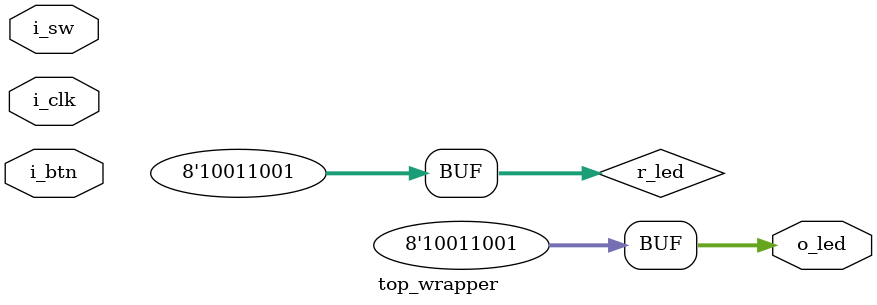
<source format=v>
`include "cpu.v"
`include "ram.v"
`include "rom.v"
`include "reset_sync.v"

`timescale 1ns/10ps

module top_wrapper
	(
	 input wire [0:0] i_clk,
	 output wire [7:0] o_led,
	 input wire [4:0] i_btn,
	 //input wire [0:0] i_rx,
	 //output wire [0:0] o_tx,
	 input wire [7:0] i_sw
	);
	
	wire w_rom_en;
	wire [10:0] w_rom_addr;
	wire [8:0] w_rom_data;
	wire w_ram_en;
	wire w_ram_we;
	wire w_ram_re;
	wire [10:0] w_ram_addr;
	wire [8:0] w_ram_data_o;
	wire [8:0] w_ram_data_i;

	wire w_rst_1;
	wire w_rst_2;

	reg [7:0] r_led = 8'b10011001;

	assign o_led = r_led;

	reset_sync RESET_INST
		(
		.i_clk(i_clk),
		.i_rst(i_btn[0]),
		.o_rst_1(w_rst_1),
		.o_rst_2(w_rst_2)
		);
	assign w_rom_en = ~w_rst_1; // enable ROM before CPU

	cpu #(
		.g_ROM_WIDTH(9),
		.g_ROM_ADDR(11),
		.g_RAM_WIDTH(9),
		.g_RAM_ADDR(11)
		)
		CPU_INST
		(
		.i_clk(i_clk),
		.i_rst(w_rst_2),
		.o_rom_addr(w_rom_addr),
		.i_rom_data(w_rom_data),
		.o_ram_en(w_ram_en),
		.o_ram_we(w_ram_we),
		.o_ram_re(w_ram_re),
		.o_ram_addr(w_ram_addr),
		.o_ram_data(w_ram_data_o),
		.i_ram_data(w_ram_data_i)
		);

	rom #(
		.AddrSize(11),
		.WordSize(9)
		)
		ROM_INST
		(
		.clk(i_clk),
		.addr(w_rom_addr),
		.DO(w_rom_data),
		.EN(w_rom_en)
		);

	ram #(
		.AddrSize(11),
		.WordSize(9)
		)
		RAM_INST
		(
		.clk(i_clk),
		.addr(w_ram_addr),
		.DO(w_ram_data_i),
		.DI(w_ram_data_o),
		.EN(w_ram_en),
		.WE(w_ram_we),
		.RE(w_ram_re)
		);

endmodule

</source>
